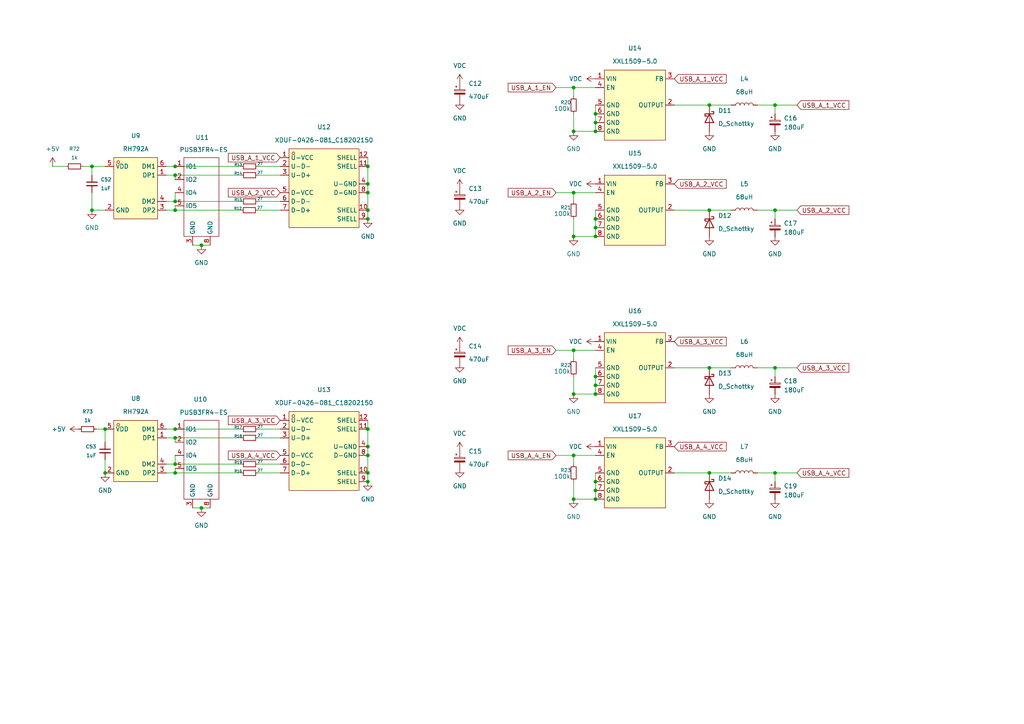
<source format=kicad_sch>
(kicad_sch (version 20250114) (generator "eeschema") (generator_version "9.0")
  (paper "A4")
  (lib_symbols
    (symbol "Device:C_Polarized_Small" (pin_numbers (hide yes)) (pin_names (offset 0.254) (hide yes))
      (property "Reference" "C" (at 0.254 1.778 0))
      (property "Value" "C_Polarized_Small" (at 0.254 -2.032 0))
      (symbol "C_Polarized_Small_0_1"
        (rectangle (start -1.524 0.6858) (end 1.524 0.3048))
        (rectangle (start -1.524 -0.3048) (end 1.524 -0.6858) (fill (type outline)))
        (polyline (pts (xy -1.27 1.524) (xy -0.762 1.524)))
        (polyline (pts (xy -1.016 1.27) (xy -1.016 1.778)))
      )
      (symbol "C_Polarized_Small_1_1"
        (pin passive line (at 0 2.54 270) (length 1.8542) (name "~") (number "1"))
        (pin passive line (at 0 -2.54 90) (length 1.8542) (name "~") (number "2"))
      )
    )
    (symbol "Device:C_Small" (pin_numbers (hide yes)) (pin_names (offset 0.254) (hide yes))
      (property "Reference" "C" (at 0.254 1.778 0))
      (property "Value" "C_Small" (at 0.254 -2.032 0))
      (symbol "C_Small_0_1"
        (polyline (pts (xy -1.524 0.508) (xy 1.524 0.508)) (stroke (width 0.3048)))
        (polyline (pts (xy -1.524 -0.508) (xy 1.524 -0.508)) (stroke (width 0.3302)))
      )
      (symbol "C_Small_1_1"
        (pin passive line (at 0 2.54 270) (length 2.032) (name "~") (number "1"))
        (pin passive line (at 0 -2.54 90) (length 2.032) (name "~") (number "2"))
      )
    )
    (symbol "Device:D_Schottky" (pin_numbers (hide yes)) (pin_names (offset 1.016) (hide yes))
      (property "Reference" "D" (at 0 2.54 0))
      (property "Value" "D_Schottky" (at 0 -2.54 0))
      (symbol "D_Schottky_0_1"
        (polyline (pts (xy -1.905 0.635) (xy -1.905 1.27) (xy -1.27 1.27) (xy -1.27 -1.27) (xy -0.635 -1.27) (xy -0.635 -0.635)) (stroke (width 0.254)))
        (polyline (pts (xy 1.27 1.27) (xy 1.27 -1.27) (xy -1.27 0) (xy 1.27 1.27)) (stroke (width 0.254)))
        (polyline (pts (xy 1.27 0) (xy -1.27 0)))
      )
      (symbol "D_Schottky_1_1"
        (pin passive line (at -3.81 0 0) (length 2.54) (name "K") (number "1"))
        (pin passive line (at 3.81 0 180) (length 2.54) (name "A") (number "2"))
      )
    )
    (symbol "Device:L" (pin_numbers (hide yes)) (pin_names (offset 1.016) (hide yes))
      (property "Reference" "L" (at -1.27 0 90))
      (property "Value" "L" (at 1.905 0 90))
      (symbol "L_0_1"
        (arc (start 0 2.54) (mid 0.6323 1.905) (end 0 1.27))
        (arc (start 0 1.27) (mid 0.6323 0.635) (end 0 0))
        (arc (start 0 0) (mid 0.6323 -0.635) (end 0 -1.27))
        (arc (start 0 -1.27) (mid 0.6323 -1.905) (end 0 -2.54))
      )
      (symbol "L_1_1"
        (pin passive line (at 0 3.81 270) (length 1.27) (name "1") (number "1"))
        (pin passive line (at 0 -3.81 90) (length 1.27) (name "2") (number "2"))
      )
    )
    (symbol "Device:R_Small" (pin_numbers (hide yes)) (pin_names (offset 0.254) (hide yes))
      (property "Reference" "R" (at 0 0 90))
      (property "Value" "R_Small" (at 1.778 0 90))
      (symbol "R_Small_0_1"
        (rectangle (start -0.762 1.778) (end 0.762 -1.778) (stroke (width 0.2032)))
      )
      (symbol "R_Small_1_1"
        (pin passive line (at 0 2.54 270) (length 0.762) (name "~") (number "1"))
        (pin passive line (at 0 -2.54 90) (length 0.762) (name "~") (number "2"))
      )
    )
    (symbol "EasyEDA:RH792A"
      (property "Reference" "U" (at 0 7.62 0))
      (property "Value" "RH792A" (at 0 -14.986 0))
      (symbol "RH792A_0_1"
        (rectangle (start -6.35 5.08) (end 6.35 -12.7) (fill (type background)))
        (circle (center -5.08 3.81) (radius 0.38))
        (pin unspecified line (at -8.89 2.54 0) (length 2.54) (name "VDD") (number "5"))
        (pin unspecified line (at -8.89 -10.16 0) (length 2.54) (name "GND") (number "2"))
        (pin unspecified line (at 8.89 2.54 180) (length 2.54) (name "DM1") (number "6"))
        (pin unspecified line (at 8.89 0 180) (length 2.54) (name "DP1") (number "1"))
        (pin unspecified line (at 8.89 -7.62 180) (length 2.54) (name "DM2") (number "4"))
        (pin unspecified line (at 8.89 -10.16 180) (length 2.54) (name "DP2") (number "3"))
      )
    )
    (symbol "EasyEDA:XDUF-0426-081_C18202150"
      (property "Reference" "U" (at 0 15.24 0))
      (property "Value" "XDUF-0426-081_C18202150" (at 0 -12.7 0))
      (symbol "XDUF-0426-081_C18202150_0_1"
        (rectangle (start -10.16 12.7) (end 10.16 -10.16) (fill (type background)))
        (circle (center -8.89 11.43) (radius 0.38))
        (pin unspecified line (at -12.7 10.16 0) (length 2.54) (name "U-VCC") (number "1"))
        (pin unspecified line (at -12.7 7.62 0) (length 2.54) (name "U-D-") (number "2"))
        (pin unspecified line (at -12.7 5.08 0) (length 2.54) (name "U-D+") (number "3"))
        (pin unspecified line (at -12.7 0 0) (length 2.54) (name "D-VCC") (number "5"))
        (pin unspecified line (at -12.7 -2.54 0) (length 2.54) (name "D-D-") (number "6"))
        (pin unspecified line (at -12.7 -5.08 0) (length 2.54) (name "D-D+") (number "7"))
        (pin unspecified line (at 12.7 10.16 180) (length 2.54) (name "SHELL") (number "12"))
        (pin unspecified line (at 12.7 7.62 180) (length 2.54) (name "SHELL") (number "11"))
        (pin unspecified line (at 12.7 2.54 180) (length 2.54) (name "U-GND") (number "4"))
        (pin unspecified line (at 12.7 0 180) (length 2.54) (name "D-GND") (number "8"))
        (pin unspecified line (at 12.7 -5.08 180) (length 2.54) (name "SHELL") (number "10"))
        (pin unspecified line (at 12.7 -7.62 180) (length 2.54) (name "SHELL") (number "9"))
      )
    )
    (symbol "EasyEDA:XXL1509-5.0"
      (property "Reference" "U" (at 0 12.7 0))
      (property "Value" "XXL1509-5.0" (at 0 -12.7 0))
      (symbol "XXL1509-5.0_0_1"
        (rectangle (start -8.89 10.16) (end 8.89 -10.16) (fill (type background)))
        (pin unspecified line (at -11.43 7.62 0) (length 2.54) (name "FB") (number "3"))
        (pin unspecified line (at -11.43 0 0) (length 2.54) (name "OUTPUT") (number "2"))
        (pin unspecified line (at 11.43 7.62 180) (length 2.54) (name "VIN") (number "1"))
        (pin unspecified line (at 11.43 5.08 180) (length 2.54) (name "EN") (number "4"))
        (pin unspecified line (at 11.43 0 180) (length 2.54) (name "GND") (number "5"))
        (pin unspecified line (at 11.43 -2.54 180) (length 2.54) (name "GND") (number "6"))
        (pin unspecified line (at 11.43 -5.08 180) (length 2.54) (name "GND") (number "7"))
        (pin unspecified line (at 11.43 -7.62 180) (length 2.54) (name "GND") (number "8"))
      )
    )
    (symbol "ElecSuper:PUSB3FR4-ES"
      (property "Reference" "U" (at 0 2.286 0))
      (property "Value" "PUSB3FR4-ES" (at 0 0 0))
      (symbol "PUSB3FR4-ES_0_1"
        (rectangle (start -5.08 -2.54) (end 5.08 -25.4))
      )
      (symbol "PUSB3FR4-ES_1_1"
        (pin bidirectional line (at -7.62 -5.08 0) (length 2.54) (name "IO1") (number "1"))
        (pin bidirectional line (at -7.62 -8.89 0) (length 2.54) (name "IO2") (number "2"))
        (pin bidirectional line (at -7.62 -12.7 0) (length 2.54) (name "IO4") (number "4"))
        (pin bidirectional line (at -7.62 -16.51 0) (length 2.54) (name "IO5") (number "5"))
        (pin power_out line (at -2.54 -27.94 90) (length 2.54) (name "GND") (number "3"))
        (pin power_out line (at 2.54 -27.94 90) (length 2.54) (name "GND") (number "8"))
      )
    )
    (symbol "power:+5V" (power) (pin_numbers (hide yes)) (pin_names (offset 0) (hide yes))
      (property "Value" "+5V" (at 0 3.556 0))
      (symbol "+5V_0_1"
        (polyline (pts (xy -0.762 1.27) (xy 0 2.54)))
        (polyline (pts (xy 0 2.54) (xy 0.762 1.27)))
        (polyline (pts (xy 0 0) (xy 0 2.54)))
      )
      (symbol "+5V_1_1"
        (pin power_in line (at 0 0 90) (length 0) (name "~") (number "1"))
      )
    )
    (symbol "power:GND" (power) (pin_numbers (hide yes)) (pin_names (offset 0) (hide yes))
      (property "Value" "GND" (at 0 -3.81 0))
      (symbol "GND_0_1"
        (polyline (pts (xy 0 0) (xy 0 -1.27) (xy 1.27 -1.27) (xy 0 -2.54) (xy -1.27 -1.27) (xy 0 -1.27)))
      )
      (symbol "GND_1_1"
        (pin power_in line (at 0 0 270) (length 0) (name "~") (number "1"))
      )
    )
    (symbol "power:VDC" (power) (pin_numbers (hide yes)) (pin_names (offset 0) (hide yes))
      (property "Value" "VDC" (at 0 3.556 0))
      (symbol "VDC_0_1"
        (polyline (pts (xy -0.762 1.27) (xy 0 2.54)))
        (polyline (pts (xy 0 2.54) (xy 0.762 1.27)))
        (polyline (pts (xy 0 0) (xy 0 2.54)))
      )
      (symbol "VDC_1_1"
        (pin power_in line (at 0 0 90) (length 0) (name "~") (number "1"))
      )
    )
  )
  (junction (at 26.67 60.96))
  (junction (at 50.8 58.42))
  (junction (at 106.68 129.54))
  (junction (at 166.37 132.08))
  (junction (at 106.68 139.7))
  (junction (at 30.48 137.16))
  (junction (at 50.8 48.26))
  (junction (at 106.68 63.5))
  (junction (at 205.74 30.48))
  (junction (at 172.72 66.04))
  (junction (at 172.72 35.56))
  (junction (at 166.37 114.3))
  (junction (at 106.68 53.34))
  (junction (at 166.37 101.6))
  (junction (at 50.8 127))
  (junction (at 166.37 55.88))
  (junction (at 172.72 63.5))
  (junction (at 26.67 48.26))
  (junction (at 50.8 124.46))
  (junction (at 172.72 33.02))
  (junction (at 58.42 71.12))
  (junction (at 50.8 134.62))
  (junction (at 172.72 142.24))
  (junction (at 166.37 68.58))
  (junction (at 106.68 132.08))
  (junction (at 172.72 109.22))
  (junction (at 106.68 48.26))
  (junction (at 50.8 50.8))
  (junction (at 106.68 124.46))
  (junction (at 224.79 60.96))
  (junction (at 106.68 55.88))
  (junction (at 166.37 38.1))
  (junction (at 50.8 137.16))
  (junction (at 58.42 147.32))
  (junction (at 205.74 106.68))
  (junction (at 106.68 137.16))
  (junction (at 166.37 144.78))
  (junction (at 172.72 68.58))
  (junction (at 224.79 106.68))
  (junction (at 172.72 111.76))
  (junction (at 172.72 38.1))
  (junction (at 224.79 137.16))
  (junction (at 205.74 137.16))
  (junction (at 172.72 144.78))
  (junction (at 166.37 25.4))
  (junction (at 172.72 114.3))
  (junction (at 30.48 124.46))
  (junction (at 50.8 60.96))
  (junction (at 106.68 60.96))
  (junction (at 172.72 139.7))
  (junction (at 224.79 30.48))
  (junction (at 205.74 60.96))
  (wire (pts (xy 161.29 25.4) (xy 166.37 25.4)))
  (wire (pts (xy 166.37 25.4) (xy 166.37 27.94)))
  (wire (pts (xy 166.37 144.78) (xy 166.37 139.7)))
  (wire (pts (xy 224.79 139.7) (xy 224.79 137.16)))
  (wire (pts (xy 224.79 60.96) (xy 231.14 60.96)))
  (wire (pts (xy 74.93 127) (xy 81.28 127)))
  (wire (pts (xy 74.93 137.16) (xy 81.28 137.16)))
  (wire (pts (xy 48.26 127) (xy 50.8 127)))
  (wire (pts (xy 50.8 135.89) (xy 50.8 137.16)))
  (wire (pts (xy 166.37 38.1) (xy 166.37 33.02)))
  (wire (pts (xy 224.79 109.22) (xy 224.79 106.68)))
  (wire (pts (xy 48.26 137.16) (xy 50.8 137.16)))
  (wire (pts (xy 172.72 144.78) (xy 172.72 142.24)))
  (wire (pts (xy 195.58 137.16) (xy 205.74 137.16)))
  (wire (pts (xy 166.37 114.3) (xy 172.72 114.3)))
  (wire (pts (xy 30.48 128.27) (xy 30.48 124.46)))
  (wire (pts (xy 172.72 66.04) (xy 172.72 63.5)))
  (wire (pts (xy 50.8 137.16) (xy 69.85 137.16)))
  (wire (pts (xy 106.68 132.08) (xy 106.68 137.16)))
  (wire (pts (xy 26.67 55.88) (xy 26.67 60.96)))
  (wire (pts (xy 74.8618 60.96) (xy 81.28 60.96)))
  (wire (pts (xy 74.93 48.26) (xy 81.28 48.26)))
  (wire (pts (xy 166.37 101.6) (xy 172.72 101.6)))
  (wire (pts (xy 205.74 60.96) (xy 212.09 60.96)))
  (wire (pts (xy 58.42 71.12) (xy 60.96 71.12)))
  (wire (pts (xy 48.26 60.96) (xy 50.8 60.96)))
  (wire (pts (xy 26.67 50.8) (xy 26.67 48.26)))
  (wire (pts (xy 106.68 124.46) (xy 106.68 129.54)))
  (wire (pts (xy 106.68 55.88) (xy 106.68 60.96)))
  (wire (pts (xy 166.37 114.3) (xy 166.37 109.22)))
  (wire (pts (xy 50.8 59.69) (xy 50.8 60.96)))
  (wire (pts (xy 166.37 68.58) (xy 166.37 63.5)))
  (wire (pts (xy 219.71 137.16) (xy 224.79 137.16)))
  (wire (pts (xy 27.94 124.46) (xy 30.48 124.46)))
  (wire (pts (xy 48.26 124.46) (xy 50.8 124.46)))
  (wire (pts (xy 58.42 147.32) (xy 60.96 147.32)))
  (wire (pts (xy 74.93 58.42) (xy 81.28 58.42)))
  (wire (pts (xy 219.71 60.96) (xy 224.79 60.96)))
  (wire (pts (xy 50.8 50.8) (xy 50.8 52.07)))
  (wire (pts (xy 26.67 48.26) (xy 30.48 48.26)))
  (wire (pts (xy 166.37 38.1) (xy 172.72 38.1)))
  (wire (pts (xy 166.37 132.08) (xy 172.72 132.08)))
  (wire (pts (xy 50.8 127) (xy 69.85 127)))
  (wire (pts (xy 224.79 63.5) (xy 224.79 60.96)))
  (wire (pts (xy 166.37 144.78) (xy 172.72 144.78)))
  (wire (pts (xy 172.72 60.96) (xy 172.72 63.5)))
  (wire (pts (xy 205.74 137.16) (xy 212.09 137.16)))
  (wire (pts (xy 166.37 68.58) (xy 172.72 68.58)))
  (wire (pts (xy 50.8 50.8) (xy 69.85 50.8)))
  (wire (pts (xy 195.58 106.68) (xy 205.74 106.68)))
  (wire (pts (xy 166.37 25.4) (xy 172.72 25.4)))
  (wire (pts (xy 219.71 30.48) (xy 224.79 30.48)))
  (wire (pts (xy 48.26 134.62) (xy 50.8 134.62)))
  (wire (pts (xy 26.67 60.96) (xy 30.48 60.96)))
  (wire (pts (xy 161.29 101.6) (xy 166.37 101.6)))
  (wire (pts (xy 50.8 60.96) (xy 69.7818 60.96)))
  (wire (pts (xy 172.72 35.56) (xy 172.72 33.02)))
  (wire (pts (xy 50.8 58.42) (xy 69.85 58.42)))
  (wire (pts (xy 106.68 53.34) (xy 106.68 55.88)))
  (wire (pts (xy 224.79 30.48) (xy 231.14 30.48)))
  (wire (pts (xy 74.93 124.46) (xy 81.28 124.46)))
  (wire (pts (xy 172.72 30.48) (xy 172.72 33.02)))
  (wire (pts (xy 195.58 30.48) (xy 205.74 30.48)))
  (wire (pts (xy 50.8 127) (xy 50.8 128.27)))
  (wire (pts (xy 55.88 71.12) (xy 58.42 71.12)))
  (wire (pts (xy 106.68 48.26) (xy 106.68 53.34)))
  (wire (pts (xy 161.29 55.88) (xy 166.37 55.88)))
  (wire (pts (xy 48.26 50.8) (xy 50.8 50.8)))
  (wire (pts (xy 50.8 134.62) (xy 69.85 134.62)))
  (wire (pts (xy 55.88 147.32) (xy 58.42 147.32)))
  (wire (pts (xy 224.79 33.02) (xy 224.79 30.48)))
  (wire (pts (xy 106.68 137.16) (xy 106.68 139.7)))
  (wire (pts (xy 106.68 45.72) (xy 106.68 48.26)))
  (wire (pts (xy 224.79 106.68) (xy 231.14 106.68)))
  (wire (pts (xy 48.26 58.42) (xy 50.8 58.42)))
  (wire (pts (xy 166.37 132.08) (xy 166.37 134.62)))
  (wire (pts (xy 50.8 48.26) (xy 69.85 48.26)))
  (wire (pts (xy 50.8 132.08) (xy 50.8 134.62)))
  (wire (pts (xy 172.72 114.3) (xy 172.72 111.76)))
  (wire (pts (xy 219.71 106.68) (xy 224.79 106.68)))
  (wire (pts (xy 172.72 38.1) (xy 172.72 35.56)))
  (wire (pts (xy 74.93 134.62) (xy 81.28 134.62)))
  (wire (pts (xy 50.8 124.46) (xy 69.85 124.46)))
  (wire (pts (xy 166.37 101.6) (xy 166.37 104.14)))
  (wire (pts (xy 172.72 68.58) (xy 172.72 66.04)))
  (wire (pts (xy 172.72 142.24) (xy 172.72 139.7)))
  (wire (pts (xy 205.74 30.48) (xy 212.09 30.48)))
  (wire (pts (xy 50.8 55.88) (xy 50.8 58.42)))
  (wire (pts (xy 24.13 48.26) (xy 26.67 48.26)))
  (wire (pts (xy 48.26 48.26) (xy 50.8 48.26)))
  (wire (pts (xy 166.37 55.88) (xy 166.37 58.42)))
  (wire (pts (xy 74.93 50.8) (xy 81.28 50.8)))
  (wire (pts (xy 161.29 132.08) (xy 166.37 132.08)))
  (wire (pts (xy 172.72 111.76) (xy 172.72 109.22)))
  (wire (pts (xy 30.48 133.35) (xy 30.48 137.16)))
  (wire (pts (xy 172.72 137.16) (xy 172.72 139.7)))
  (wire (pts (xy 106.68 129.54) (xy 106.68 132.08)))
  (wire (pts (xy 205.74 106.68) (xy 212.09 106.68)))
  (wire (pts (xy 15.24 48.26) (xy 19.05 48.26)))
  (wire (pts (xy 195.58 60.96) (xy 205.74 60.96)))
  (wire (pts (xy 166.37 55.88) (xy 172.72 55.88)))
  (wire (pts (xy 172.72 106.68) (xy 172.72 109.22)))
  (wire (pts (xy 106.68 60.96) (xy 106.68 63.5)))
  (wire (pts (xy 106.68 121.92) (xy 106.68 124.46)))
  (wire (pts (xy 224.79 137.16) (xy 231.14 137.16)))
  (global_label "USB_A_1_VCC" (shape input) (at 195.58 22.86 0) (property "Intersheetrefs" "${INTERSHEET_REFS}" (effects (hide yes))))
  (global_label "USB_A_3_VCC" (shape input) (at 81.28 121.92 180) (property "Intersheetrefs" "${INTERSHEET_REFS}" (effects (hide yes))))
  (global_label "USB_A_2_EN" (shape input) (at 161.29 55.88 180) (property "Intersheetrefs" "${INTERSHEET_REFS}" (effects (hide yes))))
  (global_label "USB_A_3_VCC" (shape input) (at 195.58 99.06 0) (property "Intersheetrefs" "${INTERSHEET_REFS}" (effects (hide yes))))
  (global_label "USB_A_1_VCC" (shape input) (at 231.14 30.48 0) (property "Intersheetrefs" "${INTERSHEET_REFS}" (effects (hide yes))))
  (global_label "USB_A_1_VCC" (shape input) (at 81.28 45.72 180) (property "Intersheetrefs" "${INTERSHEET_REFS}" (effects (hide yes))))
  (global_label "USB_A_3_VCC" (shape input) (at 231.14 106.68 0) (property "Intersheetrefs" "${INTERSHEET_REFS}" (effects (hide yes))))
  (global_label "USB_A_4_EN" (shape input) (at 161.29 132.08 180) (property "Intersheetrefs" "${INTERSHEET_REFS}" (effects (hide yes))))
  (global_label "USB_A_2_VCC" (shape input) (at 231.14 60.96 0) (property "Intersheetrefs" "${INTERSHEET_REFS}" (effects (hide yes))))
  (global_label "USB_A_4_VCC" (shape input) (at 231.14 137.16 0) (property "Intersheetrefs" "${INTERSHEET_REFS}" (effects (hide yes))))
  (global_label "USB_A_4_VCC" (shape input) (at 195.58 129.54 0) (property "Intersheetrefs" "${INTERSHEET_REFS}" (effects (hide yes))))
  (global_label "USB_A_2_VCC" (shape input) (at 195.58 53.34 0) (property "Intersheetrefs" "${INTERSHEET_REFS}" (effects (hide yes))))
  (global_label "USB_A_3_EN" (shape input) (at 161.29 101.6 180) (property "Intersheetrefs" "${INTERSHEET_REFS}" (effects (hide yes))))
  (global_label "USB_A_2_VCC" (shape input) (at 81.28 55.88 180) (property "Intersheetrefs" "${INTERSHEET_REFS}" (effects (hide yes))))
  (global_label "USB_A_1_EN" (shape input) (at 161.29 25.4 180) (property "Intersheetrefs" "${INTERSHEET_REFS}" (effects (hide yes))))
  (global_label "USB_A_4_VCC" (shape input) (at 81.28 132.08 180) (property "Intersheetrefs" "${INTERSHEET_REFS}" (effects (hide yes))))
  (symbol (lib_id "power:+5V") (at 22.86 124.46 90) (unit 1)
    (property "Reference" "#PWR0272" (effects (hide yes)))
    (property "Value" "+5V" (at 19.05 124.4599 90) (effects (justify left)))
    (property "Description" "Power symbol creates a global label with name \"+5V\"" (effects (hide yes)))
  )
  (symbol (lib_id "power:GND") (at 133.35 29.21 0) (unit 1)
    (property "Reference" "#PWR0121" (effects (hide yes)))
    (property "Value" "GND" (at 133.35 34.29 0))
    (property "Description" "Power symbol creates a global label with name \"GND\" , ground" (effects (hide yes)))
  )
  (symbol (lib_id "Device:R_Small") (at 166.37 60.96 180) (unit 1)
    (property "Reference" "R21" (at 164.084 60.198 0) (effects (font (size 1.016 1.016))))
    (property "Value" "100k" (at 163.068 61.976 0))
    (property "Footprint" "Resistor_SMD:R_0402_1005Metric_Pad0.72x0.64mm_HandSolder" (effects (hide yes)))
    (property "Description" "Resistor, small symbol" (effects (hide yes)))
  )
  (symbol (lib_id "Device:C_Small") (at 30.48 130.81 0) (mirror y) (unit 1)
    (property "Reference" "C53" (at 27.94 129.5462 0) (effects (font (size 1.016 1.016)) (justify left)))
    (property "Value" "1uF" (at 27.94 132.0862 0) (effects (font (size 1.016 1.016)) (justify left)))
    (property "Footprint" "Capacitor_SMD:C_0402_1005Metric_Pad0.74x0.62mm_HandSolder" (effects (hide yes)))
    (property "Description" "Unpolarized capacitor, small symbol" (effects (hide yes)))
  )
  (symbol (lib_id "power:GND") (at 224.79 68.58 0) (unit 1)
    (property "Reference" "#PWR0141" (effects (hide yes)))
    (property "Value" "GND" (at 224.79 73.66 0))
    (property "Description" "Power symbol creates a global label with name \"GND\" , ground" (effects (hide yes)))
  )
  (symbol (lib_id "power:VDC") (at 133.35 100.33 0) (unit 1)
    (property "Reference" "#PWR0124" (effects (hide yes)))
    (property "Value" "VDC" (at 133.35 95.25 0))
    (property "Description" "Power symbol creates a global label with name \"VDC\"" (effects (hide yes)))
  )
  (symbol (lib_id "power:GND") (at 133.35 105.41 0) (unit 1)
    (property "Reference" "#PWR0125" (effects (hide yes)))
    (property "Value" "GND" (at 133.35 110.49 0))
    (property "Description" "Power symbol creates a global label with name \"GND\" , ground" (effects (hide yes)))
  )
  (symbol (lib_id "power:GND") (at 205.74 38.1 0) (unit 1)
    (property "Reference" "#PWR0136" (effects (hide yes)))
    (property "Value" "GND" (at 205.74 43.18 0))
    (property "Description" "Power symbol creates a global label with name \"GND\" , ground" (effects (hide yes)))
  )
  (symbol (lib_id "Device:C_Polarized_Small") (at 224.79 142.24 0) (unit 1)
    (property "Reference" "C19" (at 227.33 140.97 0) (effects (justify left)))
    (property "Value" "180uF" (at 227.33 143.5988 0) (effects (justify left)))
    (property "Footprint" "Capacitor_THT:CP_Radial_D8.0mm_P5.00mm" (effects (hide yes)))
    (property "Description" "Polarized capacitor, small symbol" (effects (hide yes)))
  )
  (symbol (lib_id "Device:R_Small") (at 166.37 137.16 180) (unit 1)
    (property "Reference" "R23" (at 164.084 136.398 0) (effects (font (size 1.016 1.016))))
    (property "Value" "100k" (at 163.068 138.176 0))
    (property "Footprint" "Resistor_SMD:R_0402_1005Metric_Pad0.72x0.64mm_HandSolder" (effects (hide yes)))
    (property "Description" "Resistor, small symbol" (effects (hide yes)))
  )
  (symbol (lib_id "Device:R_Small") (at 72.39 134.62 90) (unit 1)
    (property "Reference" "R19" (at 69.088 134.112 90) (effects (font (size 0.762 0.762))))
    (property "Value" "27" (at 75.438 133.858 90) (effects (font (size 0.762 0.762))))
    (property "Footprint" "Resistor_SMD:R_0402_1005Metric_Pad0.72x0.64mm_HandSolder" (effects (hide yes)))
    (property "Description" "Resistor, small symbol" (effects (hide yes)))
  )
  (symbol (lib_id "power:GND") (at 106.68 139.7 0) (unit 1)
    (property "Reference" "#PWR0119" (effects (hide yes)))
    (property "Value" "GND" (at 106.68 144.78 0))
    (property "Description" "Power symbol creates a global label with name \"GND\" , ground" (effects (hide yes)))
  )
  (symbol (lib_id "power:GND") (at 224.79 38.1 0) (unit 1)
    (property "Reference" "#PWR0140" (effects (hide yes)))
    (property "Value" "GND" (at 224.79 43.18 0))
    (property "Description" "Power symbol creates a global label with name \"GND\" , ground" (effects (hide yes)))
  )
  (symbol (lib_id "EasyEDA:RH792A") (at 39.37 50.8 0) (unit 1)
    (property "Reference" "U9" (at 39.37 39.37 0))
    (property "Value" "RH792A" (at 39.37 43.18 0))
    (property "Footprint" "easyeda2kicad:SOT-23-6_L2.9-W1.6-P0.95-LS2.9-BL" (effects (hide yes)))
    (property "LCSC Part" "C240192" (effects (hide yes)))
  )
  (symbol (lib_id "power:VDC") (at 172.72 22.86 90) (unit 1)
    (property "Reference" "#PWR0132" (effects (hide yes)))
    (property "Value" "VDC" (at 168.91 22.8599 90) (effects (justify left)))
    (property "Description" "Power symbol creates a global label with name \"VDC\"" (effects (hide yes)))
  )
  (symbol (lib_id "Device:C_Polarized_Small") (at 224.79 66.04 0) (unit 1)
    (property "Reference" "C17" (at 227.33 64.77 0) (effects (justify left)))
    (property "Value" "180uF" (at 227.33 67.3988 0) (effects (justify left)))
    (property "Footprint" "Capacitor_THT:CP_Radial_D8.0mm_P5.00mm" (effects (hide yes)))
    (property "Description" "Polarized capacitor, small symbol" (effects (hide yes)))
  )
  (symbol (lib_id "EasyEDA:XXL1509-5.0") (at 184.15 30.48 0) (mirror y) (unit 1)
    (property "Reference" "U14" (at 184.15 13.97 0))
    (property "Value" "XXL1509-5.0" (at 184.15 17.78 0))
    (property "Footprint" "easyeda2kicad:SOIC-8_L4.9-W3.9-P1.27-LS6.0-BL" (effects (hide yes)))
    (property "LCSC Part" "C42376977" (effects (hide yes)))
  )
  (symbol (lib_id "EasyEDA:RH792A") (at 39.37 127 0) (unit 1)
    (property "Reference" "U8" (at 39.37 115.57 0))
    (property "Value" "RH792A" (at 39.37 119.38 0))
    (property "Footprint" "easyeda2kicad:SOT-23-6_L2.9-W1.6-P0.95-LS2.9-BL" (effects (hide yes)))
    (property "LCSC Part" "C240192" (effects (hide yes)))
  )
  (symbol (lib_id "Device:R_Small") (at 166.37 106.68 180) (unit 1)
    (property "Reference" "R22" (at 164.084 105.918 0) (effects (font (size 1.016 1.016))))
    (property "Value" "100k" (at 163.068 107.696 0))
    (property "Footprint" "Resistor_SMD:R_0402_1005Metric_Pad0.72x0.64mm_HandSolder" (effects (hide yes)))
    (property "Description" "Resistor, small symbol" (effects (hide yes)))
  )
  (symbol (lib_id "power:VDC") (at 133.35 54.61 0) (unit 1)
    (property "Reference" "#PWR0122" (effects (hide yes)))
    (property "Value" "VDC" (at 133.35 49.53 0))
    (property "Description" "Power symbol creates a global label with name \"VDC\"" (effects (hide yes)))
  )
  (symbol (lib_id "EasyEDA:XXL1509-5.0") (at 184.15 60.96 0) (mirror y) (unit 1)
    (property "Reference" "U15" (at 184.15 44.45 0))
    (property "Value" "XXL1509-5.0" (at 184.15 48.26 0))
    (property "Footprint" "easyeda2kicad:SOIC-8_L4.9-W3.9-P1.27-LS6.0-BL" (effects (hide yes)))
    (property "LCSC Part" "C42376977" (effects (hide yes)))
  )
  (symbol (lib_id "power:VDC") (at 133.35 130.81 0) (unit 1)
    (property "Reference" "#PWR0126" (effects (hide yes)))
    (property "Value" "VDC" (at 133.35 125.73 0))
    (property "Description" "Power symbol creates a global label with name \"VDC\"" (effects (hide yes)))
  )
  (symbol (lib_id "Device:R_Small") (at 72.39 48.26 90) (unit 1)
    (property "Reference" "R13" (at 69.088 47.752 90) (effects (font (size 0.762 0.762))))
    (property "Value" "27" (at 75.438 47.498 90) (effects (font (size 0.762 0.762))))
    (property "Footprint" "Resistor_SMD:R_0402_1005Metric_Pad0.72x0.64mm_HandSolder" (effects (hide yes)))
    (property "Description" "Resistor, small symbol" (effects (hide yes)))
  )
  (symbol (lib_id "power:GND") (at 26.67 60.96 0) (unit 1)
    (property "Reference" "#PWR0115" (effects (hide yes)))
    (property "Value" "GND" (at 26.67 66.04 0))
    (property "Description" "Power symbol creates a global label with name \"GND\" , ground" (effects (hide yes)))
  )
  (symbol (lib_id "Device:D_Schottky") (at 205.74 140.97 270) (unit 1)
    (property "Reference" "D14" (at 208.28 138.7474 90) (effects (justify left)))
    (property "Value" "D_Schottky" (at 208.28 142.5574 90) (effects (justify left)))
    (property "Footprint" "Diode_SMD:D_SMB_Handsoldering" (effects (hide yes)))
    (property "Description" "Schottky diode" (effects (hide yes)))
  )
  (symbol (lib_id "Device:R_Small") (at 72.39 137.16 90) (unit 1)
    (property "Reference" "R16" (at 69.088 136.652 90) (effects (font (size 0.762 0.762))))
    (property "Value" "27" (at 75.438 136.398 90) (effects (font (size 0.762 0.762))))
    (property "Footprint" "Resistor_SMD:R_0402_1005Metric_Pad0.72x0.64mm_HandSolder" (effects (hide yes)))
    (property "Description" "Resistor, small symbol" (effects (hide yes)))
  )
  (symbol (lib_id "ElecSuper:PUSB3FR4-ES") (at 58.42 119.38 0) (unit 1)
    (property "Reference" "U10" (at 56.134 115.824 0) (effects (justify left)))
    (property "Value" "PUSB3FR4-ES" (at 52.07 119.634 0) (effects (justify left)))
    (property "Footprint" "Package_DFN_QFN:Diodes_UDFN-10_1.0x2.5mm_P0.5mm" (effects (hide yes)))
  )
  (symbol (lib_id "power:VDC") (at 172.72 99.06 90) (unit 1)
    (property "Reference" "#PWR0134" (effects (hide yes)))
    (property "Value" "VDC" (at 168.91 99.0599 90) (effects (justify left)))
    (property "Description" "Power symbol creates a global label with name \"VDC\"" (effects (hide yes)))
  )
  (symbol (lib_id "power:GND") (at 205.74 114.3 0) (unit 1)
    (property "Reference" "#PWR0138" (effects (hide yes)))
    (property "Value" "GND" (at 205.74 119.38 0))
    (property "Description" "Power symbol creates a global label with name \"GND\" , ground" (effects (hide yes)))
  )
  (symbol (lib_id "Device:R_Small") (at 72.39 124.46 90) (unit 1)
    (property "Reference" "R17" (at 69.088 123.952 90) (effects (font (size 0.762 0.762))))
    (property "Value" "27" (at 75.438 123.698 90) (effects (font (size 0.762 0.762))))
    (property "Footprint" "Resistor_SMD:R_0402_1005Metric_Pad0.72x0.64mm_HandSolder" (effects (hide yes)))
    (property "Description" "Resistor, small symbol" (effects (hide yes)))
  )
  (symbol (lib_id "Device:C_Polarized_Small") (at 224.79 111.76 0) (unit 1)
    (property "Reference" "C18" (at 227.33 110.49 0) (effects (justify left)))
    (property "Value" "180uF" (at 227.33 113.1188 0) (effects (justify left)))
    (property "Footprint" "Capacitor_THT:CP_Radial_D8.0mm_P5.00mm" (effects (hide yes)))
    (property "Description" "Polarized capacitor, small symbol" (effects (hide yes)))
  )
  (symbol (lib_id "Device:D_Schottky") (at 205.74 64.77 270) (unit 1)
    (property "Reference" "D12" (at 208.28 62.5474 90) (effects (justify left)))
    (property "Value" "D_Schottky" (at 208.28 66.3574 90) (effects (justify left)))
    (property "Footprint" "Diode_SMD:D_SMB_Handsoldering" (effects (hide yes)))
    (property "Description" "Schottky diode" (effects (hide yes)))
  )
  (symbol (lib_id "power:GND") (at 58.42 71.12 0) (unit 1)
    (property "Reference" "#PWR0117" (effects (hide yes)))
    (property "Value" "GND" (at 58.42 76.2 0))
    (property "Description" "Power symbol creates a global label with name \"GND\" , ground" (effects (hide yes)))
  )
  (symbol (lib_id "Device:R_Small") (at 72.39 58.42 90) (unit 1)
    (property "Reference" "R15" (at 69.088 57.912 90) (effects (font (size 0.762 0.762))))
    (property "Value" "27" (at 75.438 57.658 90) (effects (font (size 0.762 0.762))))
    (property "Footprint" "Resistor_SMD:R_0402_1005Metric_Pad0.72x0.64mm_HandSolder" (effects (hide yes)))
    (property "Description" "Resistor, small symbol" (effects (hide yes)))
  )
  (symbol (lib_id "Device:L") (at 215.9 137.16 90) (unit 1)
    (property "Reference" "L7" (at 215.9 129.54 90))
    (property "Value" "68uH" (at 215.9 133.35 90))
    (property "Footprint" "easyeda2kicad:IND-SMD_L8.0-W8.0-1" (effects (hide yes)))
    (property "Description" "Inductor" (effects (hide yes)))
  )
  (symbol (lib_id "EasyEDA:XDUF-0426-081_C18202150") (at 93.98 55.88 0) (unit 1)
    (property "Reference" "U12" (at 93.98 36.83 0))
    (property "Value" "XDUF-0426-081_C18202150" (at 93.98 40.64 0))
    (property "Footprint" "easyeda2kicad:USB-A-TH_XDUF-0426-081" (effects (hide yes)))
    (property "LCSC Part" "C18202150" (effects (hide yes)))
  )
  (symbol (lib_id "Device:R_Small") (at 72.3218 60.96 90) (unit 1)
    (property "Reference" "R12" (at 69.0198 60.452 90) (effects (font (size 0.762 0.762))))
    (property "Value" "27" (at 75.3698 60.198 90) (effects (font (size 0.762 0.762))))
    (property "Footprint" "Resistor_SMD:R_0402_1005Metric_Pad0.72x0.64mm_HandSolder" (effects (hide yes)))
    (property "Description" "Resistor, small symbol" (effects (hide yes)))
  )
  (symbol (lib_id "Device:C_Polarized_Small") (at 133.35 133.35 0) (unit 1)
    (property "Reference" "C15" (at 135.89 130.8988 0) (effects (justify left)))
    (property "Value" "470uF" (at 135.89 134.7088 0) (effects (justify left)))
    (property "Footprint" "Capacitor_THT:CP_Radial_D17.0mm_P7.50mm" (effects (hide yes)))
    (property "Description" "Polarized capacitor, small symbol" (effects (hide yes)))
  )
  (symbol (lib_id "power:VDC") (at 172.72 53.34 90) (unit 1)
    (property "Reference" "#PWR0133" (effects (hide yes)))
    (property "Value" "VDC" (at 168.91 53.3399 90) (effects (justify left)))
    (property "Description" "Power symbol creates a global label with name \"VDC\"" (effects (hide yes)))
  )
  (symbol (lib_id "power:GND") (at 224.79 114.3 0) (unit 1)
    (property "Reference" "#PWR0142" (effects (hide yes)))
    (property "Value" "GND" (at 224.79 119.38 0))
    (property "Description" "Power symbol creates a global label with name \"GND\" , ground" (effects (hide yes)))
  )
  (symbol (lib_id "Device:D_Schottky") (at 205.74 34.29 270) (unit 1)
    (property "Reference" "D11" (at 208.28 32.0674 90) (effects (justify left)))
    (property "Value" "D_Schottky" (at 208.28 35.8774 90) (effects (justify left)))
    (property "Footprint" "Diode_SMD:D_SMB_Handsoldering" (effects (hide yes)))
    (property "Description" "Schottky diode" (effects (hide yes)))
  )
  (symbol (lib_id "Device:R_Small") (at 21.59 48.26 90) (unit 1)
    (property "Reference" "R72" (at 21.59 43.18 90) (effects (font (size 1.016 1.016))))
    (property "Value" "1k" (at 21.59 45.72 90) (effects (font (size 1.016 1.016))))
    (property "Footprint" "Resistor_SMD:R_0402_1005Metric_Pad0.72x0.64mm_HandSolder" (effects (hide yes)))
    (property "Description" "Resistor, small symbol" (effects (hide yes)))
  )
  (symbol (lib_id "Device:C_Polarized_Small") (at 224.79 35.56 0) (unit 1)
    (property "Reference" "C16" (at 227.33 34.29 0) (effects (justify left)))
    (property "Value" "180uF" (at 227.33 36.9188 0) (effects (justify left)))
    (property "Footprint" "Capacitor_THT:CP_Radial_D8.0mm_P5.00mm" (effects (hide yes)))
    (property "Description" "Polarized capacitor, small symbol" (effects (hide yes)))
  )
  (symbol (lib_id "Device:C_Polarized_Small") (at 133.35 26.67 0) (unit 1)
    (property "Reference" "C12" (at 135.89 24.2188 0) (effects (justify left)))
    (property "Value" "470uF" (at 135.89 28.0288 0) (effects (justify left)))
    (property "Footprint" "Capacitor_THT:CP_Radial_D17.0mm_P7.50mm" (effects (hide yes)))
    (property "Description" "Polarized capacitor, small symbol" (effects (hide yes)))
  )
  (symbol (lib_id "power:GND") (at 205.74 68.58 0) (unit 1)
    (property "Reference" "#PWR0137" (effects (hide yes)))
    (property "Value" "GND" (at 205.74 73.66 0))
    (property "Description" "Power symbol creates a global label with name \"GND\" , ground" (effects (hide yes)))
  )
  (symbol (lib_id "power:GND") (at 224.79 144.78 0) (unit 1)
    (property "Reference" "#PWR0143" (effects (hide yes)))
    (property "Value" "GND" (at 224.79 149.86 0))
    (property "Description" "Power symbol creates a global label with name \"GND\" , ground" (effects (hide yes)))
  )
  (symbol (lib_id "power:+5V") (at 15.24 48.26 0) (unit 1)
    (property "Reference" "#PWR0114" (effects (hide yes)))
    (property "Value" "+5V" (at 15.24 43.18 0))
    (property "Description" "Power symbol creates a global label with name \"+5V\"" (effects (hide yes)))
  )
  (symbol (lib_id "Device:R_Small") (at 72.39 127 90) (unit 1)
    (property "Reference" "R18" (at 69.088 126.492 90) (effects (font (size 0.762 0.762))))
    (property "Value" "27" (at 75.438 126.238 90) (effects (font (size 0.762 0.762))))
    (property "Footprint" "Resistor_SMD:R_0402_1005Metric_Pad0.72x0.64mm_HandSolder" (effects (hide yes)))
    (property "Description" "Resistor, small symbol" (effects (hide yes)))
  )
  (symbol (lib_id "power:GND") (at 30.48 137.16 0) (unit 1)
    (property "Reference" "#PWR0273" (effects (hide yes)))
    (property "Value" "GND" (at 30.48 142.24 0))
    (property "Description" "Power symbol creates a global label with name \"GND\" , ground" (effects (hide yes)))
  )
  (symbol (lib_id "power:GND") (at 133.35 135.89 0) (unit 1)
    (property "Reference" "#PWR0127" (effects (hide yes)))
    (property "Value" "GND" (at 133.35 140.97 0))
    (property "Description" "Power symbol creates a global label with name \"GND\" , ground" (effects (hide yes)))
  )
  (symbol (lib_id "Device:R_Small") (at 72.39 50.8 90) (unit 1)
    (property "Reference" "R14" (at 69.088 50.292 90) (effects (font (size 0.762 0.762))))
    (property "Value" "27" (at 75.438 50.038 90) (effects (font (size 0.762 0.762))))
    (property "Footprint" "Resistor_SMD:R_0402_1005Metric_Pad0.72x0.64mm_HandSolder" (effects (hide yes)))
    (property "Description" "Resistor, small symbol" (effects (hide yes)))
  )
  (symbol (lib_id "EasyEDA:XXL1509-5.0") (at 184.15 137.16 0) (mirror y) (unit 1)
    (property "Reference" "U17" (at 184.15 120.65 0))
    (property "Value" "XXL1509-5.0" (at 184.15 124.46 0))
    (property "Footprint" "easyeda2kicad:SOIC-8_L4.9-W3.9-P1.27-LS6.0-BL" (effects (hide yes)))
    (property "LCSC Part" "C42376977" (effects (hide yes)))
  )
  (symbol (lib_id "power:GND") (at 106.68 63.5 0) (unit 1)
    (property "Reference" "#PWR0118" (effects (hide yes)))
    (property "Value" "GND" (at 106.68 68.58 0))
    (property "Description" "Power symbol creates a global label with name \"GND\" , ground" (effects (hide yes)))
  )
  (symbol (lib_id "power:GND") (at 58.42 147.32 0) (unit 1)
    (property "Reference" "#PWR0116" (effects (hide yes)))
    (property "Value" "GND" (at 58.42 152.4 0))
    (property "Description" "Power symbol creates a global label with name \"GND\" , ground" (effects (hide yes)))
  )
  (symbol (lib_id "Device:L") (at 215.9 60.96 90) (unit 1)
    (property "Reference" "L5" (at 215.9 53.34 90))
    (property "Value" "68uH" (at 215.9 57.15 90))
    (property "Footprint" "easyeda2kicad:IND-SMD_L8.0-W8.0-1" (effects (hide yes)))
    (property "Description" "Inductor" (effects (hide yes)))
  )
  (symbol (lib_id "Device:C_Small") (at 26.67 53.34 0) (unit 1)
    (property "Reference" "C52" (at 29.21 52.0762 0) (effects (font (size 1.016 1.016)) (justify left)))
    (property "Value" "1uF" (at 29.21 54.6162 0) (effects (font (size 1.016 1.016)) (justify left)))
    (property "Footprint" "Capacitor_SMD:C_0402_1005Metric_Pad0.74x0.62mm_HandSolder" (effects (hide yes)))
    (property "Description" "Unpolarized capacitor, small symbol" (effects (hide yes)))
  )
  (symbol (lib_id "power:GND") (at 166.37 114.3 0) (mirror y) (unit 1)
    (property "Reference" "#PWR0130" (effects (hide yes)))
    (property "Value" "GND" (at 166.37 119.38 0))
    (property "Description" "Power symbol creates a global label with name \"GND\" , ground" (effects (hide yes)))
  )
  (symbol (lib_id "Device:L") (at 215.9 106.68 90) (unit 1)
    (property "Reference" "L6" (at 215.9 99.06 90))
    (property "Value" "68uH" (at 215.9 102.87 90))
    (property "Footprint" "easyeda2kicad:IND-SMD_L8.0-W8.0-1" (effects (hide yes)))
    (property "Description" "Inductor" (effects (hide yes)))
  )
  (symbol (lib_id "Device:C_Polarized_Small") (at 133.35 102.87 0) (unit 1)
    (property "Reference" "C14" (at 135.89 100.4188 0) (effects (justify left)))
    (property "Value" "470uF" (at 135.89 104.2288 0) (effects (justify left)))
    (property "Footprint" "Capacitor_THT:CP_Radial_D17.0mm_P7.50mm" (effects (hide yes)))
    (property "Description" "Polarized capacitor, small symbol" (effects (hide yes)))
  )
  (symbol (lib_id "Device:R_Small") (at 25.4 124.46 90) (unit 1)
    (property "Reference" "R73" (at 25.4 119.38 90) (effects (font (size 1.016 1.016))))
    (property "Value" "1k" (at 25.4 121.92 90) (effects (font (size 1.016 1.016))))
    (property "Footprint" "Resistor_SMD:R_0402_1005Metric_Pad0.72x0.64mm_HandSolder" (effects (hide yes)))
    (property "Description" "Resistor, small symbol" (effects (hide yes)))
  )
  (symbol (lib_id "power:VDC") (at 172.72 129.54 90) (unit 1)
    (property "Reference" "#PWR0135" (effects (hide yes)))
    (property "Value" "VDC" (at 168.91 129.5399 90) (effects (justify left)))
    (property "Description" "Power symbol creates a global label with name \"VDC\"" (effects (hide yes)))
  )
  (symbol (lib_id "Device:L") (at 215.9 30.48 90) (unit 1)
    (property "Reference" "L4" (at 215.9 22.86 90))
    (property "Value" "68uH" (at 215.9 26.67 90))
    (property "Footprint" "easyeda2kicad:IND-SMD_L8.0-W8.0-1" (effects (hide yes)))
    (property "Description" "Inductor" (effects (hide yes)))
  )
  (symbol (lib_id "power:GND") (at 166.37 144.78 0) (mirror y) (unit 1)
    (property "Reference" "#PWR0131" (effects (hide yes)))
    (property "Value" "GND" (at 166.37 149.86 0))
    (property "Description" "Power symbol creates a global label with name \"GND\" , ground" (effects (hide yes)))
  )
  (symbol (lib_id "power:GND") (at 133.35 59.69 0) (unit 1)
    (property "Reference" "#PWR0123" (effects (hide yes)))
    (property "Value" "GND" (at 133.35 64.77 0))
    (property "Description" "Power symbol creates a global label with name \"GND\" , ground" (effects (hide yes)))
  )
  (symbol (lib_id "power:GND") (at 166.37 38.1 0) (mirror y) (unit 1)
    (property "Reference" "#PWR0128" (effects (hide yes)))
    (property "Value" "GND" (at 166.37 43.18 0))
    (property "Description" "Power symbol creates a global label with name \"GND\" , ground" (effects (hide yes)))
  )
  (symbol (lib_id "power:GND") (at 205.74 144.78 0) (unit 1)
    (property "Reference" "#PWR0139" (effects (hide yes)))
    (property "Value" "GND" (at 205.74 149.86 0))
    (property "Description" "Power symbol creates a global label with name \"GND\" , ground" (effects (hide yes)))
  )
  (symbol (lib_id "EasyEDA:XXL1509-5.0") (at 184.15 106.68 0) (mirror y) (unit 1)
    (property "Reference" "U16" (at 184.15 90.17 0))
    (property "Value" "XXL1509-5.0" (at 184.15 93.98 0))
    (property "Footprint" "easyeda2kicad:SOIC-8_L4.9-W3.9-P1.27-LS6.0-BL" (effects (hide yes)))
    (property "LCSC Part" "C42376977" (effects (hide yes)))
  )
  (symbol (lib_id "Device:D_Schottky") (at 205.74 110.49 270) (unit 1)
    (property "Reference" "D13" (at 208.28 108.2674 90) (effects (justify left)))
    (property "Value" "D_Schottky" (at 208.28 112.0774 90) (effects (justify left)))
    (property "Footprint" "Diode_SMD:D_SMB_Handsoldering" (effects (hide yes)))
    (property "Description" "Schottky diode" (effects (hide yes)))
  )
  (symbol (lib_id "power:GND") (at 166.37 68.58 0) (mirror y) (unit 1)
    (property "Reference" "#PWR0129" (effects (hide yes)))
    (property "Value" "GND" (at 166.37 73.66 0))
    (property "Description" "Power symbol creates a global label with name \"GND\" , ground" (effects (hide yes)))
  )
  (symbol (lib_id "Device:C_Polarized_Small") (at 133.35 57.15 0) (unit 1)
    (property "Reference" "C13" (at 135.89 54.6988 0) (effects (justify left)))
    (property "Value" "470uF" (at 135.89 58.5088 0) (effects (justify left)))
    (property "Footprint" "Capacitor_THT:CP_Radial_D17.0mm_P7.50mm" (effects (hide yes)))
    (property "Description" "Polarized capacitor, small symbol" (effects (hide yes)))
  )
  (symbol (lib_id "Device:R_Small") (at 166.37 30.48 180) (unit 1)
    (property "Reference" "R20" (at 164.084 29.718 0) (effects (font (size 1.016 1.016))))
    (property "Value" "100k" (at 163.068 31.496 0))
    (property "Footprint" "Resistor_SMD:R_0402_1005Metric_Pad0.72x0.64mm_HandSolder" (effects (hide yes)))
    (property "Description" "Resistor, small symbol" (effects (hide yes)))
  )
  (symbol (lib_id "power:VDC") (at 133.35 24.13 0) (unit 1)
    (property "Reference" "#PWR0120" (effects (hide yes)))
    (property "Value" "VDC" (at 133.35 19.05 0))
    (property "Description" "Power symbol creates a global label with name \"VDC\"" (effects (hide yes)))
  )
  (symbol (lib_id "ElecSuper:PUSB3FR4-ES") (at 58.42 43.18 0) (unit 1)
    (property "Reference" "U11" (at 56.642 39.878 0) (effects (justify left)))
    (property "Value" "PUSB3FR4-ES" (at 52.07 43.434 0) (effects (justify left)))
    (property "Footprint" "Package_DFN_QFN:Diodes_UDFN-10_1.0x2.5mm_P0.5mm" (effects (hide yes)))
  )
  (symbol (lib_id "EasyEDA:XDUF-0426-081_C18202150") (at 93.98 132.08 0) (unit 1)
    (property "Reference" "U13" (at 93.98 113.03 0))
    (property "Value" "XDUF-0426-081_C18202150" (at 93.98 116.84 0))
    (property "Footprint" "easyeda2kicad:USB-A-TH_XDUF-0426-081" (effects (hide yes)))
    (property "LCSC Part" "C18202150" (effects (hide yes)))
  )
)
</source>
